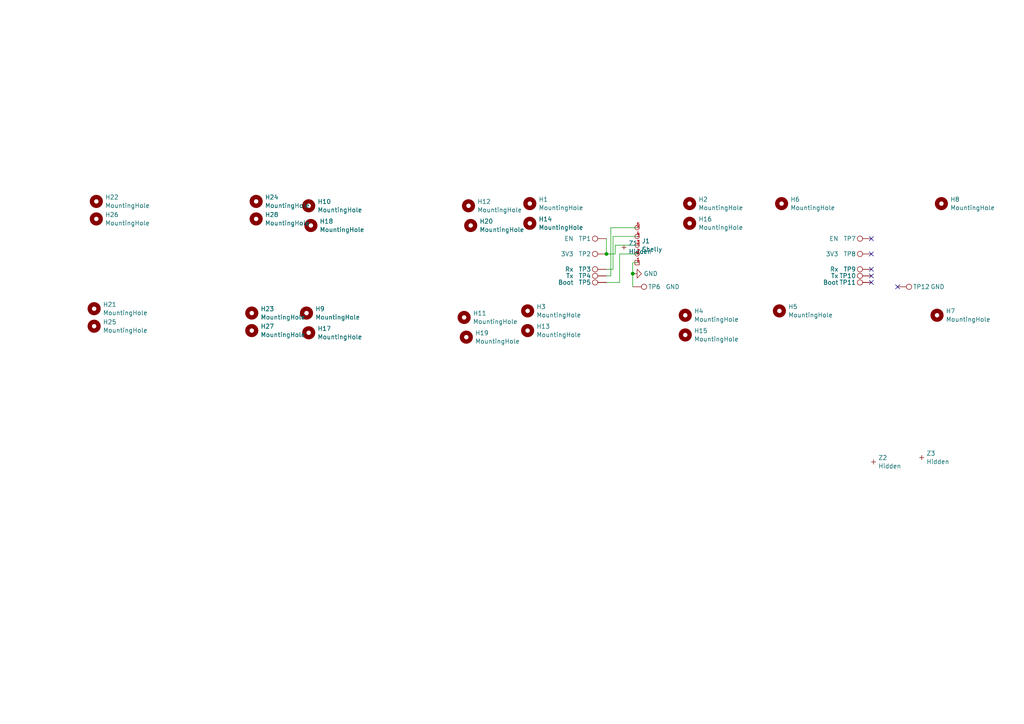
<source format=kicad_sch>
(kicad_sch (version 20230121) (generator eeschema)
  (paper "A4")
  (lib_symbols
    (symbol "Connector:TestPoint" (pin_numbers hide) (pin_names (offset 0.762) hide)
      (property "Reference" "TP" (at 0 6.858 0))
      (property "Value" "TestPoint" (at 0 5.08 0))
      (symbol "TestPoint_0_1"
        (circle (center 0 3.302) (radius 0.762))
      )
      (symbol "TestPoint_1_1"
        (pin passive line (at 0 0 90) (length 2.54) (name "1") (number "1"))
      )
    )
    (symbol "Mechanical:MountingHole" (pin_names (offset 1.016))
      (property "Reference" "H" (at 0 5.08 0))
      (property "Value" "MountingHole" (at 0 3.175 0))
      (symbol "MountingHole_0_1"
        (circle (center 0 0) (radius 1.27) (stroke (width 1.27)))
      )
    )
    (symbol "RevK:Hidden" (pin_names (offset 1.016)) (in_bom no)
      (property "Reference" "Z" (at 0.635 0 0))
      (property "Value" "Hidden" (at 4.445 0 0))
      (symbol "Hidden_0_1"
        (polyline (pts (xy -0.635 0) (xy 0.635 0)) (stroke (width 0.1524)))
        (polyline (pts (xy 0 0.635) (xy 0 -0.635)) (stroke (width 0.1524)))
      )
      (symbol "Hidden_1_1"
        (pin no_connect non_logic (at 0 -2.54 90) (length 2.54) hide (name "~") (number "~"))
      )
    )
    (symbol "RevK:Shelly" (in_bom no)
      (property "Reference" "J" (at 2.54 -8.255 0))
      (property "Value" "Shelly" (at 2.54 9.525 0))
      (symbol "Shelly_0_1"
        (circle (center 0 -2.54) (radius 0.635) (stroke (width 0.1524)))
        (circle (center 0 0) (radius 0.635) (stroke (width 0.1524)))
        (circle (center 0 2.54) (radius 0.635) (stroke (width 0.1524)))
        (circle (center 0 5.08) (radius 0.635) (stroke (width 0.1524)))
        (rectangle (start 0.635 -5.715) (end -0.635 -4.445) (stroke (width 0.1524)))
      )
      (symbol "Shelly_1_1"
        (pin passive line (at 0 -5.08 0) (length 0.64) (name "GND") (number "1"))
        (pin passive line (at 0 -2.54 0) (length 0.64) (name "0") (number "2"))
        (pin passive line (at 0 0 0) (length 0.64) (name "3V3") (number "3"))
        (pin passive line (at 0 2.54 0) (length 0.64) (name "Rx") (number "4"))
        (pin passive line (at 0 5.08 0) (length 0.64) (name "Tx") (number "5"))
      )
    )
    (symbol "power:GND" (power) (pin_names (offset 0))
      (property "Value" "GND" (at 0 -3.81 0))
      (symbol "GND_0_1"
        (polyline (pts (xy 0 0) (xy 0 -1.27) (xy 1.27 -1.27) (xy 0 -2.54) (xy -1.27 -1.27) (xy 0 -1.27)))
      )
      (symbol "GND_1_1"
        (pin power_in line (at 0 0 270) (length 0) hide (name "GND") (number "1"))
      )
    )
  )
  (junction (at 183.515 79.375))
  (junction (at 175.895 73.66))
  (no_connect (at 252.73 81.915))
  (no_connect (at 252.73 78.105))
  (no_connect (at 252.73 80.01))
  (no_connect (at 252.73 73.66))
  (no_connect (at 260.35 83.185))
  (no_connect (at 252.73 69.215))
  (wire (pts (xy 179.705 81.915) (xy 175.895 81.915)))
  (wire (pts (xy 184.785 68.58) (xy 177.8 68.58)))
  (wire (pts (xy 177.165 80.01) (xy 175.895 80.01)))
  (wire (pts (xy 179.705 73.66) (xy 179.705 81.915)))
  (wire (pts (xy 184.785 73.66) (xy 179.705 73.66)))
  (wire (pts (xy 177.165 66.04) (xy 177.165 80.01)))
  (wire (pts (xy 184.785 71.12) (xy 178.435 71.12)))
  (wire (pts (xy 175.895 69.215) (xy 175.895 73.66)))
  (wire (pts (xy 183.515 76.2) (xy 184.785 76.2)))
  (wire (pts (xy 178.435 73.66) (xy 175.895 73.66)))
  (wire (pts (xy 178.435 71.12) (xy 178.435 73.66)))
  (wire (pts (xy 177.8 78.105) (xy 175.895 78.105)))
  (wire (pts (xy 177.8 68.58) (xy 177.8 78.105)))
  (wire (pts (xy 183.515 76.2) (xy 183.515 79.375)))
  (wire (pts (xy 184.785 66.04) (xy 177.165 66.04)))
  (wire (pts (xy 183.515 79.375) (xy 183.515 83.185)))
  (symbol (lib_id "Connector:TestPoint") (at 183.515 83.185 270) (unit 1)
    (property "Reference" "TP6" (at 187.96 83.185 90) (effects (justify left)))
    (property "Value" "GND" (at 193.04 83.185 90) (effects (justify left)))
    (property "Footprint" "RevK:Pogo" (effects hide))
  )
  (symbol (lib_id "RevK:Hidden") (at 180.975 71.755 0) (unit 1) (in_bom no)
    (property "Reference" "Z1" (at 182.3212 70.5429 0) (effects (justify left)))
    (property "Value" "Hidden" (at 182.3212 72.9671 0) (effects (justify left)))
    (property "Footprint" "RevK:PCB-Join" (effects hide))
  )
  (symbol (lib_id "Mechanical:MountingHole") (at 74.295 63.5 0) (unit 1)
    (property "Reference" "H28" (at 76.835 62.2879 0) (effects (justify left)))
    (property "Value" "MountingHole" (at 76.835 64.7121 0) (effects (justify left)))
    (property "Footprint" "MountingHole:MountingHole_3.2mm_M3" (effects hide))
  )
  (symbol (lib_id "Connector:TestPoint") (at 252.73 81.915 90) (unit 1)
    (property "Reference" "TP11" (at 248.285 81.915 90) (effects (justify left)))
    (property "Value" "Boot" (at 243.205 81.915 90) (effects (justify left)))
    (property "Footprint" "RevK:Pogo" (effects hide))
  )
  (symbol (lib_id "Mechanical:MountingHole") (at 198.755 97.155 0) (unit 1)
    (property "Reference" "H15" (at 201.295 95.9429 0) (effects (justify left)))
    (property "Value" "MountingHole" (at 201.295 98.3671 0) (effects (justify left)))
    (property "Footprint" "MountingHole:MountingHole_3.2mm_M3" (effects hide))
  )
  (symbol (lib_id "Mechanical:MountingHole") (at 27.305 89.535 0) (unit 1)
    (property "Reference" "H21" (at 29.845 88.3229 0) (effects (justify left)))
    (property "Value" "MountingHole" (at 29.845 90.7471 0) (effects (justify left)))
    (property "Footprint" "MountingHole:MountingHole_3.2mm_M3" (effects hide))
  )
  (symbol (lib_id "Connector:TestPoint") (at 175.895 80.01 90) (unit 1)
    (property "Reference" "TP4" (at 171.45 80.01 90) (effects (justify left)))
    (property "Value" "Tx" (at 166.37 80.01 90) (effects (justify left)))
    (property "Footprint" "RevK:Pogo" (effects hide))
  )
  (symbol (lib_id "Mechanical:MountingHole") (at 134.62 92.075 0) (unit 1)
    (property "Reference" "H11" (at 137.16 90.8629 0) (effects (justify left)))
    (property "Value" "MountingHole" (at 137.16 93.2871 0) (effects (justify left)))
    (property "Footprint" "MountingHole:MountingHole_3.2mm_M3" (effects hide))
  )
  (symbol (lib_id "Connector:TestPoint") (at 252.73 80.01 90) (unit 1)
    (property "Reference" "TP10" (at 248.285 80.01 90) (effects (justify left)))
    (property "Value" "Tx" (at 243.205 80.01 90) (effects (justify left)))
    (property "Footprint" "RevK:Pogo" (effects hide))
  )
  (symbol (lib_id "RevK:Shelly") (at 184.785 71.12 0) (unit 1) (in_bom no)
    (property "Reference" "J1" (at 186.1312 69.9079 0) (effects (justify left)))
    (property "Value" "Shelly" (at 186.1312 72.3321 0) (effects (justify left)))
    (property "Footprint" "RevK:Shelly" (effects hide))
  )
  (symbol (lib_id "Mechanical:MountingHole") (at 198.755 91.44 0) (unit 1)
    (property "Reference" "H4" (at 201.295 90.2279 0) (effects (justify left)))
    (property "Value" "MountingHole" (at 201.295 92.6521 0) (effects (justify left)))
    (property "Footprint" "MountingHole:MountingHole_3.2mm_M3" (effects hide))
  )
  (symbol (lib_id "Mechanical:MountingHole") (at 200.025 64.77 0) (unit 1)
    (property "Reference" "H16" (at 202.565 63.5579 0) (effects (justify left)))
    (property "Value" "MountingHole" (at 202.565 65.9821 0) (effects (justify left)))
    (property "Footprint" "MountingHole:MountingHole_3.2mm_M3" (effects hide))
  )
  (symbol (lib_id "Mechanical:MountingHole") (at 73.025 95.885 0) (unit 1)
    (property "Reference" "H27" (at 75.565 94.6729 0) (effects (justify left)))
    (property "Value" "MountingHole" (at 75.565 97.0971 0) (effects (justify left)))
    (property "Footprint" "MountingHole:MountingHole_3.2mm_M3" (effects hide))
  )
  (symbol (lib_id "Mechanical:MountingHole") (at 73.025 90.805 0) (unit 1)
    (property "Reference" "H23" (at 75.565 89.5929 0) (effects (justify left)))
    (property "Value" "MountingHole" (at 75.565 92.0171 0) (effects (justify left)))
    (property "Footprint" "MountingHole:MountingHole_3.2mm_M3" (effects hide))
  )
  (symbol (lib_id "Connector:TestPoint") (at 260.35 83.185 270) (unit 1)
    (property "Reference" "TP12" (at 264.795 83.185 90) (effects (justify left)))
    (property "Value" "GND" (at 269.875 83.185 90) (effects (justify left)))
    (property "Footprint" "RevK:Pogo" (effects hide))
  )
  (symbol (lib_id "Connector:TestPoint") (at 175.895 69.215 90) (unit 1)
    (property "Reference" "TP1" (at 171.45 69.215 90) (effects (justify left)))
    (property "Value" "EN" (at 166.37 69.215 90) (effects (justify left)))
    (property "Footprint" "RevK:Pogo" (effects hide))
  )
  (symbol (lib_id "Mechanical:MountingHole") (at 89.535 59.69 0) (unit 1)
    (property "Reference" "H10" (at 92.075 58.4779 0) (effects (justify left)))
    (property "Value" "MountingHole" (at 92.075 60.9021 0) (effects (justify left)))
    (property "Footprint" "MountingHole:MountingHole_3.2mm_M3" (effects hide))
  )
  (symbol (lib_id "Mechanical:MountingHole") (at 226.06 90.17 0) (unit 1)
    (property "Reference" "H5" (at 228.6 88.9579 0) (effects (justify left)))
    (property "Value" "MountingHole" (at 228.6 91.3821 0) (effects (justify left)))
    (property "Footprint" "MountingHole:MountingHole_3.2mm_M3" (effects hide))
  )
  (symbol (lib_id "Mechanical:MountingHole") (at 90.17 65.405 0) (unit 1)
    (property "Reference" "H18" (at 92.71 64.1929 0) (effects (justify left)))
    (property "Value" "MountingHole" (at 92.71 66.6171 0) (effects (justify left)))
    (property "Footprint" "MountingHole:MountingHole_3.2mm_M3" (effects hide))
  )
  (symbol (lib_id "RevK:Hidden") (at 267.335 132.715 0) (unit 1) (in_bom no)
    (property "Reference" "Z3" (at 268.6812 131.5029 0) (effects (justify left)))
    (property "Value" "Hidden" (at 268.6812 133.9271 0) (effects (justify left)))
    (property "Footprint" "RevK:PCB-Join" (effects hide))
  )
  (symbol (lib_id "Mechanical:MountingHole") (at 153.67 64.77 0) (unit 1)
    (property "Reference" "H14" (at 156.21 63.5579 0) (effects (justify left)))
    (property "Value" "MountingHole" (at 156.21 65.9821 0) (effects (justify left)))
    (property "Footprint" "MountingHole:MountingHole_3.2mm_M3" (effects hide))
  )
  (symbol (lib_id "Mechanical:MountingHole") (at 88.9 90.805 0) (unit 1)
    (property "Reference" "H9" (at 91.44 89.5929 0) (effects (justify left)))
    (property "Value" "MountingHole" (at 91.44 92.0171 0) (effects (justify left)))
    (property "Footprint" "MountingHole:MountingHole_3.2mm_M3" (effects hide))
  )
  (symbol (lib_id "Connector:TestPoint") (at 175.895 81.915 90) (unit 1)
    (property "Reference" "TP5" (at 171.45 81.915 90) (effects (justify left)))
    (property "Value" "Boot" (at 166.37 81.915 90) (effects (justify left)))
    (property "Footprint" "RevK:Pogo" (effects hide))
  )
  (symbol (lib_id "Connector:TestPoint") (at 252.73 69.215 90) (unit 1)
    (property "Reference" "TP7" (at 248.285 69.215 90) (effects (justify left)))
    (property "Value" "EN" (at 243.205 69.215 90) (effects (justify left)))
    (property "Footprint" "RevK:Pogo" (effects hide))
  )
  (symbol (lib_id "Mechanical:MountingHole") (at 136.525 65.405 0) (unit 1)
    (property "Reference" "H20" (at 139.065 64.1929 0) (effects (justify left)))
    (property "Value" "MountingHole" (at 139.065 66.6171 0) (effects (justify left)))
    (property "Footprint" "MountingHole:MountingHole_3.2mm_M3" (effects hide))
  )
  (symbol (lib_id "Mechanical:MountingHole") (at 135.89 59.69 0) (unit 1)
    (property "Reference" "H12" (at 138.43 58.4779 0) (effects (justify left)))
    (property "Value" "MountingHole" (at 138.43 60.9021 0) (effects (justify left)))
    (property "Footprint" "MountingHole:MountingHole_3.2mm_M3" (effects hide))
  )
  (symbol (lib_id "Mechanical:MountingHole") (at 89.535 96.52 0) (unit 1)
    (property "Reference" "H17" (at 92.075 95.3079 0) (effects (justify left)))
    (property "Value" "MountingHole" (at 92.075 97.7321 0) (effects (justify left)))
    (property "Footprint" "MountingHole:MountingHole_3.2mm_M3" (effects hide))
  )
  (symbol (lib_id "RevK:Hidden") (at 253.365 133.985 0) (unit 1) (in_bom no)
    (property "Reference" "Z2" (at 254.7112 132.7729 0) (effects (justify left)))
    (property "Value" "Hidden" (at 254.7112 135.1971 0) (effects (justify left)))
    (property "Footprint" "RevK:PCB-Join" (effects hide))
  )
  (symbol (lib_id "Mechanical:MountingHole") (at 27.94 58.42 0) (unit 1)
    (property "Reference" "H22" (at 30.48 57.2079 0) (effects (justify left)))
    (property "Value" "MountingHole" (at 30.48 59.6321 0) (effects (justify left)))
    (property "Footprint" "MountingHole:MountingHole_3.2mm_M3" (effects hide))
  )
  (symbol (lib_id "Mechanical:MountingHole") (at 74.295 58.42 0) (unit 1)
    (property "Reference" "H24" (at 76.835 57.2079 0) (effects (justify left)))
    (property "Value" "MountingHole" (at 76.835 59.6321 0) (effects (justify left)))
    (property "Footprint" "MountingHole:MountingHole_3.2mm_M3" (effects hide))
  )
  (symbol (lib_id "Mechanical:MountingHole") (at 271.78 91.44 0) (unit 1)
    (property "Reference" "H7" (at 274.32 90.2279 0) (effects (justify left)))
    (property "Value" "MountingHole" (at 274.32 92.6521 0) (effects (justify left)))
    (property "Footprint" "MountingHole:MountingHole_3.2mm_M3" (effects hide))
  )
  (symbol (lib_id "Connector:TestPoint") (at 252.73 78.105 90) (unit 1)
    (property "Reference" "TP9" (at 248.285 78.105 90) (effects (justify left)))
    (property "Value" "Rx" (at 243.205 78.105 90) (effects (justify left)))
    (property "Footprint" "RevK:Pogo" (effects hide))
  )
  (symbol (lib_id "Mechanical:MountingHole") (at 153.035 90.17 0) (unit 1)
    (property "Reference" "H3" (at 155.575 88.9579 0) (effects (justify left)))
    (property "Value" "MountingHole" (at 155.575 91.3821 0) (effects (justify left)))
    (property "Footprint" "MountingHole:MountingHole_3.2mm_M3" (effects hide))
  )
  (symbol (lib_id "Mechanical:MountingHole") (at 27.94 63.5 0) (unit 1)
    (property "Reference" "H26" (at 30.48 62.2879 0) (effects (justify left)))
    (property "Value" "MountingHole" (at 30.48 64.7121 0) (effects (justify left)))
    (property "Footprint" "MountingHole:MountingHole_3.2mm_M3" (effects hide))
  )
  (symbol (lib_id "Mechanical:MountingHole") (at 27.305 94.615 0) (unit 1)
    (property "Reference" "H25" (at 29.845 93.4029 0) (effects (justify left)))
    (property "Value" "MountingHole" (at 29.845 95.8271 0) (effects (justify left)))
    (property "Footprint" "MountingHole:MountingHole_3.2mm_M3" (effects hide))
  )
  (symbol (lib_id "Connector:TestPoint") (at 175.895 73.66 90) (unit 1)
    (property "Reference" "TP2" (at 171.45 73.66 90) (effects (justify left)))
    (property "Value" "3V3" (at 166.37 73.66 90) (effects (justify left)))
    (property "Footprint" "RevK:Pogo" (effects hide))
  )
  (symbol (lib_id "power:GND") (at 183.515 79.375 90) (unit 1)
    (property "Reference" "#PWR01" (effects hide))
    (property "Value" "GND" (at 186.69 79.375 90) (effects (justify right)))
  )
  (symbol (lib_id "Connector:TestPoint") (at 175.895 78.105 90) (unit 1)
    (property "Reference" "TP3" (at 171.45 78.105 90) (effects (justify left)))
    (property "Value" "Rx" (at 166.37 78.105 90) (effects (justify left)))
    (property "Footprint" "RevK:Pogo" (effects hide))
  )
  (symbol (lib_id "Mechanical:MountingHole") (at 273.05 59.055 0) (unit 1)
    (property "Reference" "H8" (at 275.59 57.8429 0) (effects (justify left)))
    (property "Value" "MountingHole" (at 275.59 60.2671 0) (effects (justify left)))
    (property "Footprint" "MountingHole:MountingHole_3.2mm_M3" (effects hide))
  )
  (symbol (lib_id "Mechanical:MountingHole") (at 135.255 97.79 0) (unit 1)
    (property "Reference" "H19" (at 137.795 96.5779 0) (effects (justify left)))
    (property "Value" "MountingHole" (at 137.795 99.0021 0) (effects (justify left)))
    (property "Footprint" "MountingHole:MountingHole_3.2mm_M3" (effects hide))
  )
  (symbol (lib_id "Mechanical:MountingHole") (at 226.695 59.055 0) (unit 1)
    (property "Reference" "H6" (at 229.235 57.8429 0) (effects (justify left)))
    (property "Value" "MountingHole" (at 229.235 60.2671 0) (effects (justify left)))
    (property "Footprint" "MountingHole:MountingHole_3.2mm_M3" (effects hide))
  )
  (symbol (lib_id "Mechanical:MountingHole") (at 153.035 95.885 0) (unit 1)
    (property "Reference" "H13" (at 155.575 94.6729 0) (effects (justify left)))
    (property "Value" "MountingHole" (at 155.575 97.0971 0) (effects (justify left)))
    (property "Footprint" "MountingHole:MountingHole_3.2mm_M3" (effects hide))
  )
  (symbol (lib_id "Mechanical:MountingHole") (at 153.67 59.055 0) (unit 1)
    (property "Reference" "H1" (at 156.21 57.8429 0) (effects (justify left)))
    (property "Value" "MountingHole" (at 156.21 60.2671 0) (effects (justify left)))
    (property "Footprint" "MountingHole:MountingHole_3.2mm_M3" (effects hide))
  )
  (symbol (lib_id "Connector:TestPoint") (at 252.73 73.66 90) (unit 1)
    (property "Reference" "TP8" (at 248.285 73.66 90) (effects (justify left)))
    (property "Value" "3V3" (at 243.205 73.66 90) (effects (justify left)))
    (property "Footprint" "RevK:Pogo" (effects hide))
  )
  (symbol (lib_id "Mechanical:MountingHole") (at 200.025 59.055 0) (unit 1)
    (property "Reference" "H2" (at 202.565 57.8429 0) (effects (justify left)))
    (property "Value" "MountingHole" (at 202.565 60.2671 0) (effects (justify left)))
    (property "Footprint" "MountingHole:MountingHole_3.2mm_M3" (effects hide))
  )
)
</source>
